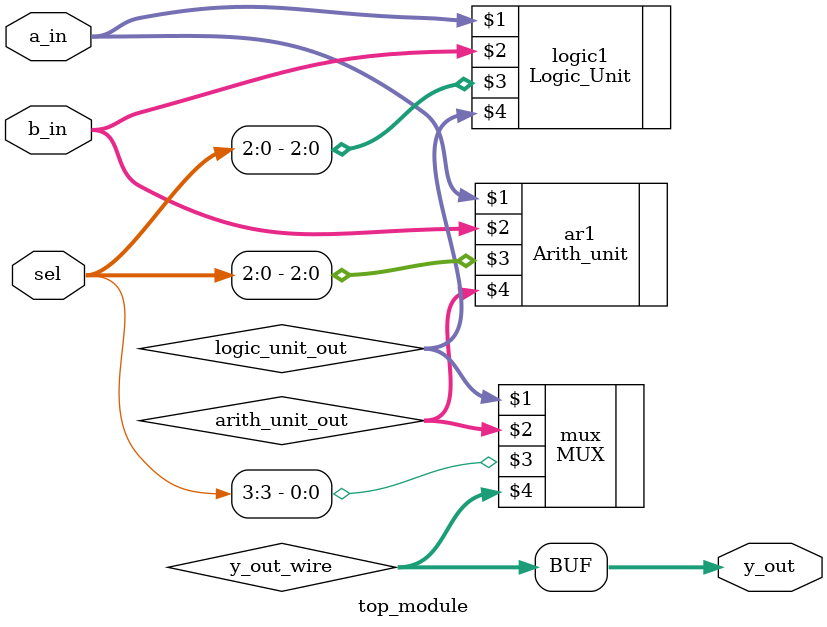
<source format=v>
module top_module (
    input [1:0] a_in,
    input [1:0] b_in,
    input [3:0] sel,
    output reg signed [2:0] y_out 
);

 wire [1:0] logic_unit_out;
 wire [2:0] arith_unit_out;
wire [2:0] y_out_wire;

Logic_Unit logic1(a_in,b_in,sel[2:0],logic_unit_out);
Arith_unit ar1(a_in,b_in,sel[2:0],arith_unit_out);
MUX mux(logic_unit_out,arith_unit_out,sel[3],y_out_wire);
always@(*)begin
y_out=y_out_wire;

end

endmodule

</source>
